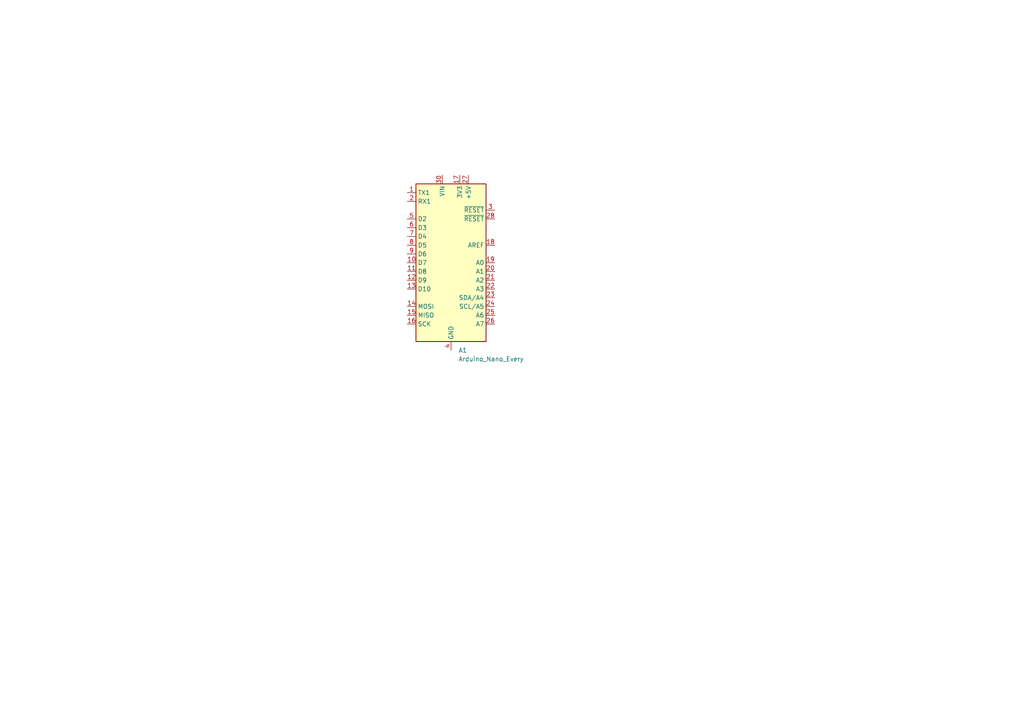
<source format=kicad_sch>
(kicad_sch (version 20250114) (generator "eeschema") (generator_version "9.0")
  (paper "A4")
  (lib_symbols
    (symbol "MCU_Module:Arduino_Nano_Every"
      (property "Reference" "A" (at -10.16 23.495 0))
      (property "Value" "Arduino_Nano_Every" (at 5.08 -24.13 0))
      (symbol "Arduino_Nano_Every_0_1"
        (rectangle (start -10.16 22.86) (end 10.16 -22.86) (stroke (width 0.254)) (fill (type background)))
      )
      (symbol "Arduino_Nano_Every_1_1"
        (pin bidirectional line (at -12.7 20.32 0) (length 2.54) (name "TX1") (number "1"))
        (pin bidirectional line (at -12.7 17.78 0) (length 2.54) (name "RX1") (number "2"))
        (pin bidirectional line (at -12.7 12.7 0) (length 2.54) (name "D2") (number "5"))
        (pin bidirectional line (at -12.7 10.16 0) (length 2.54) (name "D3") (number "6"))
        (pin bidirectional line (at -12.7 7.62 0) (length 2.54) (name "D4") (number "7"))
        (pin bidirectional line (at -12.7 5.08 0) (length 2.54) (name "D5") (number "8"))
        (pin bidirectional line (at -12.7 2.54 0) (length 2.54) (name "D6") (number "9"))
        (pin bidirectional line (at -12.7 0 0) (length 2.54) (name "D7") (number "10"))
        (pin bidirectional line (at -12.7 -2.54 0) (length 2.54) (name "D8") (number "11"))
        (pin bidirectional line (at -12.7 -5.08 0) (length 2.54) (name "D9") (number "12"))
        (pin bidirectional line (at -12.7 -7.62 0) (length 2.54) (name "D10") (number "13"))
        (pin bidirectional line (at -12.7 -12.7 0) (length 2.54) (name "MOSI") (number "14"))
        (pin bidirectional line (at -12.7 -15.24 0) (length 2.54) (name "MISO") (number "15"))
        (pin bidirectional line (at -12.7 -17.78 0) (length 2.54) (name "SCK") (number "16"))
        (pin power_in line (at -2.54 25.4 270) (length 2.54) (name "VIN") (number "30"))
        (pin passive line (at 0 -25.4 90) (length 2.54) (hide yes) (name "GND") (number "29"))
        (pin power_in line (at 0 -25.4 90) (length 2.54) (name "GND") (number "4"))
        (pin power_out line (at 2.54 25.4 270) (length 2.54) (name "3V3") (number "17"))
        (pin power_out line (at 5.08 25.4 270) (length 2.54) (name "+5V") (number "27"))
        (pin input line (at 12.7 15.24 180) (length 2.54) (name "~{RESET}") (number "3"))
        (pin input line (at 12.7 12.7 180) (length 2.54) (name "~{RESET}") (number "28"))
        (pin input line (at 12.7 5.08 180) (length 2.54) (name "AREF") (number "18"))
        (pin bidirectional line (at 12.7 0 180) (length 2.54) (name "A0") (number "19"))
        (pin bidirectional line (at 12.7 -2.54 180) (length 2.54) (name "A1") (number "20"))
        (pin bidirectional line (at 12.7 -5.08 180) (length 2.54) (name "A2") (number "21"))
        (pin bidirectional line (at 12.7 -7.62 180) (length 2.54) (name "A3") (number "22"))
        (pin bidirectional line (at 12.7 -10.16 180) (length 2.54) (name "SDA/A4") (number "23"))
        (pin bidirectional line (at 12.7 -12.7 180) (length 2.54) (name "SCL/A5") (number "24"))
        (pin bidirectional line (at 12.7 -15.24 180) (length 2.54) (name "A6") (number "25"))
        (pin bidirectional line (at 12.7 -17.78 180) (length 2.54) (name "A7") (number "26"))
      )
    )
  )
  (symbol (lib_id "MCU_Module:Arduino_Nano_Every") (at 130.81 76.2 0) (unit 1)
    (property "Reference" "A1" (at 132.9533 101.6 0) (effects (justify left)))
    (property "Value" "Arduino_Nano_Every" (at 132.9533 104.14 0) (effects (justify left)))
    (property "Footprint" "Module:Arduino_Nano" (effects (hide yes)))
    (property "Datasheet" "https://content.arduino.cc/assets/NANOEveryV3.0_sch.pdf" (effects (hide yes)))
    (property "Description" "Arduino Nano Every" (effects (hide yes)))
  )
)
</source>
